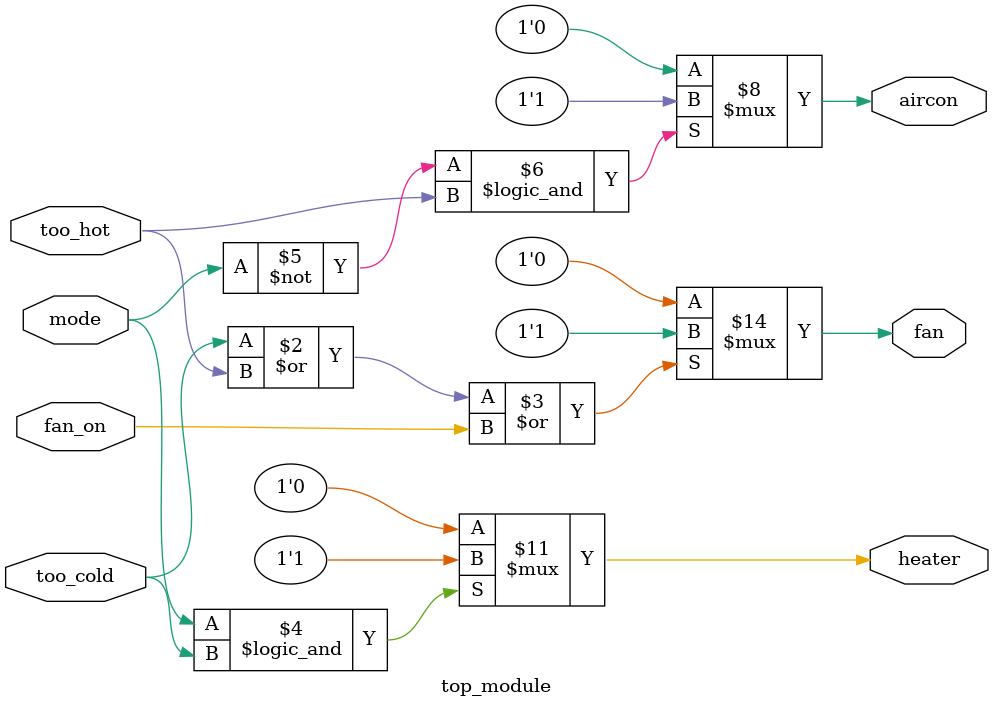
<source format=sv>
module top_module(
    input mode,
    input too_cold, 
    input too_hot,
    input fan_on,
    output reg heater,
    output reg aircon,
    output reg fan
);

always @(*) begin
    // Control the fan
    if (too_cold | too_hot | fan_on) begin
        fan = 1'b1;
    end else begin
        fan = 1'b0;
    end

    // Control the heater
    if (mode && too_cold) begin
        heater = 1'b1;
    end else begin
        heater = 1'b0;
    end

    // Control the air conditioner
    if (~mode && too_hot) begin
        aircon = 1'b1;
    end else begin
        aircon = 1'b0;
    end
end

endmodule

</source>
